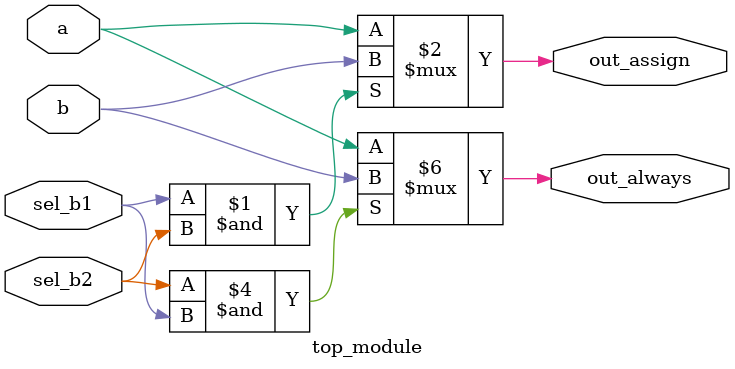
<source format=v>
module top_module (
    input a,
    input b,
    input sel_b1,
    input sel_b2,
    output wire out_assign,
    output reg out_always
);
  assign out_assign = (sel_b1 & sel_b2) ? b : a;
  always @(a, b, sel_b2, sel_b1) begin
    if (sel_b2 & sel_b1) begin
      out_always = b;
    end else begin
      out_always = a;
    end
  end

endmodule

</source>
